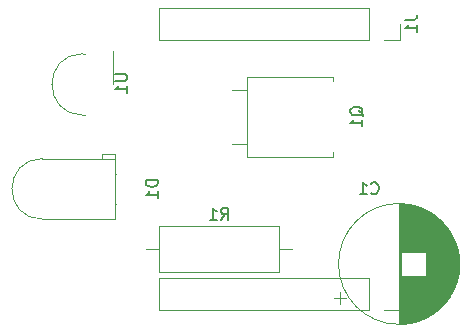
<source format=gbr>
%TF.GenerationSoftware,KiCad,Pcbnew,(5.1.7)-1*%
%TF.CreationDate,2020-12-01T16:28:04+01:00*%
%TF.ProjectId,RcOid,52634f69-642e-46b6-9963-61645f706362,1*%
%TF.SameCoordinates,Original*%
%TF.FileFunction,Legend,Bot*%
%TF.FilePolarity,Positive*%
%FSLAX46Y46*%
G04 Gerber Fmt 4.6, Leading zero omitted, Abs format (unit mm)*
G04 Created by KiCad (PCBNEW (5.1.7)-1) date 2020-12-01 16:28:04*
%MOMM*%
%LPD*%
G01*
G04 APERTURE LIST*
%ADD10C,0.120000*%
%ADD11C,0.150000*%
G04 APERTURE END LIST*
D10*
%TO.C,Q1*%
X137000000Y-99560000D02*
X135686000Y-99560000D01*
X137000000Y-104140000D02*
X135670000Y-104140000D01*
X144240000Y-98440000D02*
X137000000Y-98440000D01*
X144240000Y-105260000D02*
X137000000Y-105260000D01*
X144240000Y-98849000D02*
X144240000Y-98440000D01*
X144240000Y-105260000D02*
X144240000Y-104851000D01*
X137000000Y-105260000D02*
X137000000Y-98440000D01*
%TO.C,D1*%
X125920000Y-106680000D02*
X125920000Y-106680000D01*
X125790000Y-106680000D02*
X125920000Y-106680000D01*
X125790000Y-106680000D02*
X125790000Y-106680000D01*
X125920000Y-106680000D02*
X125790000Y-106680000D01*
X125920000Y-109220000D02*
X125920000Y-109220000D01*
X125790000Y-109220000D02*
X125920000Y-109220000D01*
X125790000Y-109220000D02*
X125790000Y-109220000D01*
X125920000Y-109220000D02*
X125790000Y-109220000D01*
X125790000Y-105390000D02*
X125790000Y-104990000D01*
X124670000Y-105390000D02*
X125790000Y-105390000D01*
X124670000Y-104990000D02*
X124670000Y-105390000D01*
X125790000Y-104990000D02*
X124670000Y-104990000D01*
X125790000Y-110510000D02*
X125790000Y-105390000D01*
X125790000Y-105390000D02*
X119630000Y-105390000D01*
X125790000Y-110510000D02*
X119630000Y-110510000D01*
X119630000Y-105390000D02*
G75*
G03*
X119630000Y-110510000I0J-2560000D01*
G01*
%TO.C,C1*%
X144860354Y-117675000D02*
X144860354Y-116675000D01*
X144360354Y-117175000D02*
X145360354Y-117175000D01*
X154921000Y-114899000D02*
X154921000Y-113701000D01*
X154881000Y-115162000D02*
X154881000Y-113438000D01*
X154841000Y-115362000D02*
X154841000Y-113238000D01*
X154801000Y-115530000D02*
X154801000Y-113070000D01*
X154761000Y-115678000D02*
X154761000Y-112922000D01*
X154721000Y-115810000D02*
X154721000Y-112790000D01*
X154681000Y-115930000D02*
X154681000Y-112670000D01*
X154641000Y-116042000D02*
X154641000Y-112558000D01*
X154601000Y-116146000D02*
X154601000Y-112454000D01*
X154561000Y-116244000D02*
X154561000Y-112356000D01*
X154521000Y-116337000D02*
X154521000Y-112263000D01*
X154481000Y-116425000D02*
X154481000Y-112175000D01*
X154441000Y-116509000D02*
X154441000Y-112091000D01*
X154401000Y-116589000D02*
X154401000Y-112011000D01*
X154361000Y-116665000D02*
X154361000Y-111935000D01*
X154321000Y-116739000D02*
X154321000Y-111861000D01*
X154281000Y-116810000D02*
X154281000Y-111790000D01*
X154241000Y-116879000D02*
X154241000Y-111721000D01*
X154201000Y-116945000D02*
X154201000Y-111655000D01*
X154161000Y-117009000D02*
X154161000Y-111591000D01*
X154121000Y-117070000D02*
X154121000Y-111530000D01*
X154081000Y-117130000D02*
X154081000Y-111470000D01*
X154041000Y-117189000D02*
X154041000Y-111411000D01*
X154001000Y-117245000D02*
X154001000Y-111355000D01*
X153961000Y-117300000D02*
X153961000Y-111300000D01*
X153921000Y-117354000D02*
X153921000Y-111246000D01*
X153881000Y-117406000D02*
X153881000Y-111194000D01*
X153841000Y-117456000D02*
X153841000Y-111144000D01*
X153801000Y-117506000D02*
X153801000Y-111094000D01*
X153761000Y-117554000D02*
X153761000Y-111046000D01*
X153721000Y-117601000D02*
X153721000Y-110999000D01*
X153681000Y-117647000D02*
X153681000Y-110953000D01*
X153641000Y-117692000D02*
X153641000Y-110908000D01*
X153601000Y-117736000D02*
X153601000Y-110864000D01*
X153561000Y-117778000D02*
X153561000Y-110822000D01*
X153521000Y-117820000D02*
X153521000Y-110780000D01*
X153481000Y-117861000D02*
X153481000Y-110739000D01*
X153441000Y-117901000D02*
X153441000Y-110699000D01*
X153401000Y-117940000D02*
X153401000Y-110660000D01*
X153361000Y-117979000D02*
X153361000Y-110621000D01*
X153321000Y-118016000D02*
X153321000Y-110584000D01*
X153281000Y-118053000D02*
X153281000Y-110547000D01*
X153241000Y-118089000D02*
X153241000Y-110511000D01*
X153201000Y-118124000D02*
X153201000Y-110476000D01*
X153161000Y-118158000D02*
X153161000Y-110442000D01*
X153121000Y-118192000D02*
X153121000Y-110408000D01*
X153081000Y-118225000D02*
X153081000Y-110375000D01*
X153041000Y-118257000D02*
X153041000Y-110343000D01*
X153001000Y-118289000D02*
X153001000Y-110311000D01*
X152961000Y-118320000D02*
X152961000Y-110280000D01*
X152921000Y-118350000D02*
X152921000Y-110250000D01*
X152881000Y-118380000D02*
X152881000Y-110220000D01*
X152841000Y-118410000D02*
X152841000Y-110190000D01*
X152801000Y-118438000D02*
X152801000Y-110162000D01*
X152761000Y-118466000D02*
X152761000Y-110134000D01*
X152721000Y-118494000D02*
X152721000Y-110106000D01*
X152681000Y-118521000D02*
X152681000Y-110079000D01*
X152641000Y-118547000D02*
X152641000Y-110053000D01*
X152601000Y-118573000D02*
X152601000Y-110027000D01*
X152561000Y-118598000D02*
X152561000Y-110002000D01*
X152521000Y-118623000D02*
X152521000Y-109977000D01*
X152481000Y-118647000D02*
X152481000Y-109953000D01*
X152441000Y-118671000D02*
X152441000Y-109929000D01*
X152401000Y-118695000D02*
X152401000Y-109905000D01*
X152361000Y-118717000D02*
X152361000Y-109883000D01*
X152321000Y-118740000D02*
X152321000Y-109860000D01*
X152281000Y-118762000D02*
X152281000Y-109838000D01*
X152241000Y-118783000D02*
X152241000Y-109817000D01*
X152201000Y-118804000D02*
X152201000Y-109796000D01*
X152161000Y-118825000D02*
X152161000Y-109775000D01*
X152121000Y-113260000D02*
X152121000Y-109755000D01*
X152121000Y-118845000D02*
X152121000Y-115340000D01*
X152081000Y-113260000D02*
X152081000Y-109736000D01*
X152081000Y-118864000D02*
X152081000Y-115340000D01*
X152041000Y-113260000D02*
X152041000Y-109716000D01*
X152041000Y-118884000D02*
X152041000Y-115340000D01*
X152001000Y-113260000D02*
X152001000Y-109697000D01*
X152001000Y-118903000D02*
X152001000Y-115340000D01*
X151961000Y-113260000D02*
X151961000Y-109679000D01*
X151961000Y-118921000D02*
X151961000Y-115340000D01*
X151921000Y-113260000D02*
X151921000Y-109661000D01*
X151921000Y-118939000D02*
X151921000Y-115340000D01*
X151881000Y-113260000D02*
X151881000Y-109643000D01*
X151881000Y-118957000D02*
X151881000Y-115340000D01*
X151841000Y-113260000D02*
X151841000Y-109626000D01*
X151841000Y-118974000D02*
X151841000Y-115340000D01*
X151801000Y-113260000D02*
X151801000Y-109610000D01*
X151801000Y-118990000D02*
X151801000Y-115340000D01*
X151761000Y-113260000D02*
X151761000Y-109593000D01*
X151761000Y-119007000D02*
X151761000Y-115340000D01*
X151721000Y-113260000D02*
X151721000Y-109577000D01*
X151721000Y-119023000D02*
X151721000Y-115340000D01*
X151681000Y-113260000D02*
X151681000Y-109562000D01*
X151681000Y-119038000D02*
X151681000Y-115340000D01*
X151641000Y-113260000D02*
X151641000Y-109546000D01*
X151641000Y-119054000D02*
X151641000Y-115340000D01*
X151601000Y-113260000D02*
X151601000Y-109532000D01*
X151601000Y-119068000D02*
X151601000Y-115340000D01*
X151561000Y-113260000D02*
X151561000Y-109517000D01*
X151561000Y-119083000D02*
X151561000Y-115340000D01*
X151521000Y-113260000D02*
X151521000Y-109503000D01*
X151521000Y-119097000D02*
X151521000Y-115340000D01*
X151481000Y-113260000D02*
X151481000Y-109489000D01*
X151481000Y-119111000D02*
X151481000Y-115340000D01*
X151441000Y-113260000D02*
X151441000Y-109476000D01*
X151441000Y-119124000D02*
X151441000Y-115340000D01*
X151401000Y-113260000D02*
X151401000Y-109463000D01*
X151401000Y-119137000D02*
X151401000Y-115340000D01*
X151361000Y-113260000D02*
X151361000Y-109450000D01*
X151361000Y-119150000D02*
X151361000Y-115340000D01*
X151321000Y-113260000D02*
X151321000Y-109438000D01*
X151321000Y-119162000D02*
X151321000Y-115340000D01*
X151281000Y-113260000D02*
X151281000Y-109426000D01*
X151281000Y-119174000D02*
X151281000Y-115340000D01*
X151241000Y-113260000D02*
X151241000Y-109415000D01*
X151241000Y-119185000D02*
X151241000Y-115340000D01*
X151201000Y-113260000D02*
X151201000Y-109403000D01*
X151201000Y-119197000D02*
X151201000Y-115340000D01*
X151161000Y-113260000D02*
X151161000Y-109393000D01*
X151161000Y-119207000D02*
X151161000Y-115340000D01*
X151121000Y-113260000D02*
X151121000Y-109382000D01*
X151121000Y-119218000D02*
X151121000Y-115340000D01*
X151081000Y-113260000D02*
X151081000Y-109372000D01*
X151081000Y-119228000D02*
X151081000Y-115340000D01*
X151041000Y-113260000D02*
X151041000Y-109362000D01*
X151041000Y-119238000D02*
X151041000Y-115340000D01*
X151001000Y-113260000D02*
X151001000Y-109353000D01*
X151001000Y-119247000D02*
X151001000Y-115340000D01*
X150961000Y-113260000D02*
X150961000Y-109344000D01*
X150961000Y-119256000D02*
X150961000Y-115340000D01*
X150921000Y-113260000D02*
X150921000Y-109335000D01*
X150921000Y-119265000D02*
X150921000Y-115340000D01*
X150881000Y-113260000D02*
X150881000Y-109326000D01*
X150881000Y-119274000D02*
X150881000Y-115340000D01*
X150841000Y-113260000D02*
X150841000Y-109318000D01*
X150841000Y-119282000D02*
X150841000Y-115340000D01*
X150801000Y-113260000D02*
X150801000Y-109310000D01*
X150801000Y-119290000D02*
X150801000Y-115340000D01*
X150761000Y-113260000D02*
X150761000Y-109303000D01*
X150761000Y-119297000D02*
X150761000Y-115340000D01*
X150721000Y-113260000D02*
X150721000Y-109296000D01*
X150721000Y-119304000D02*
X150721000Y-115340000D01*
X150681000Y-113260000D02*
X150681000Y-109289000D01*
X150681000Y-119311000D02*
X150681000Y-115340000D01*
X150641000Y-113260000D02*
X150641000Y-109282000D01*
X150641000Y-119318000D02*
X150641000Y-115340000D01*
X150601000Y-113260000D02*
X150601000Y-109276000D01*
X150601000Y-119324000D02*
X150601000Y-115340000D01*
X150561000Y-113260000D02*
X150561000Y-109270000D01*
X150561000Y-119330000D02*
X150561000Y-115340000D01*
X150520000Y-113260000D02*
X150520000Y-109265000D01*
X150520000Y-119335000D02*
X150520000Y-115340000D01*
X150480000Y-113260000D02*
X150480000Y-109260000D01*
X150480000Y-119340000D02*
X150480000Y-115340000D01*
X150440000Y-113260000D02*
X150440000Y-109255000D01*
X150440000Y-119345000D02*
X150440000Y-115340000D01*
X150400000Y-113260000D02*
X150400000Y-109250000D01*
X150400000Y-119350000D02*
X150400000Y-115340000D01*
X150360000Y-113260000D02*
X150360000Y-109246000D01*
X150360000Y-119354000D02*
X150360000Y-115340000D01*
X150320000Y-113260000D02*
X150320000Y-109242000D01*
X150320000Y-119358000D02*
X150320000Y-115340000D01*
X150280000Y-113260000D02*
X150280000Y-109238000D01*
X150280000Y-119362000D02*
X150280000Y-115340000D01*
X150240000Y-113260000D02*
X150240000Y-109235000D01*
X150240000Y-119365000D02*
X150240000Y-115340000D01*
X150200000Y-113260000D02*
X150200000Y-109232000D01*
X150200000Y-119368000D02*
X150200000Y-115340000D01*
X150160000Y-113260000D02*
X150160000Y-109230000D01*
X150160000Y-119370000D02*
X150160000Y-115340000D01*
X150120000Y-113260000D02*
X150120000Y-109227000D01*
X150120000Y-119373000D02*
X150120000Y-115340000D01*
X150080000Y-113260000D02*
X150080000Y-109225000D01*
X150080000Y-119375000D02*
X150080000Y-115340000D01*
X150040000Y-119377000D02*
X150040000Y-109223000D01*
X150000000Y-119378000D02*
X150000000Y-109222000D01*
X149960000Y-119379000D02*
X149960000Y-109221000D01*
X149920000Y-119380000D02*
X149920000Y-109220000D01*
X149880000Y-119380000D02*
X149880000Y-109220000D01*
X149840000Y-119380000D02*
X149840000Y-109220000D01*
X154960000Y-114300000D02*
G75*
G03*
X154960000Y-114300000I-5120000J0D01*
G01*
%TO.C,J1*%
X149920000Y-95310000D02*
X149920000Y-93980000D01*
X148590000Y-95310000D02*
X149920000Y-95310000D01*
X147320000Y-95310000D02*
X147320000Y-92650000D01*
X147320000Y-92650000D02*
X129480000Y-92650000D01*
X147320000Y-95310000D02*
X129480000Y-95310000D01*
X129480000Y-95310000D02*
X129480000Y-92650000D01*
%TO.C,J2*%
X129480000Y-118170000D02*
X129480000Y-115510000D01*
X147320000Y-118170000D02*
X129480000Y-118170000D01*
X147320000Y-115510000D02*
X129480000Y-115510000D01*
X147320000Y-118170000D02*
X147320000Y-115510000D01*
X148590000Y-118170000D02*
X149920000Y-118170000D01*
X149920000Y-118170000D02*
X149920000Y-116840000D01*
%TO.C,R1*%
X128440000Y-113030000D02*
X129550000Y-113030000D01*
X140800000Y-113030000D02*
X139690000Y-113030000D01*
X129550000Y-111110000D02*
X139690000Y-111110000D01*
X129550000Y-114950000D02*
X129550000Y-111110000D01*
X139690000Y-114950000D02*
X129550000Y-114950000D01*
X139690000Y-111110000D02*
X139690000Y-114950000D01*
%TO.C,U1*%
X125620000Y-96300000D02*
X125620000Y-99060000D01*
X123060000Y-101700000D02*
X123260000Y-101700000D01*
X123060000Y-96500000D02*
X123260000Y-96500000D01*
X123060000Y-101700000D02*
G75*
G02*
X123060000Y-96500000I0J2600000D01*
G01*
%TO.C,Q1*%
D11*
X146820952Y-101754761D02*
X146773333Y-101659523D01*
X146678094Y-101564285D01*
X146535237Y-101421428D01*
X146487618Y-101326190D01*
X146487618Y-101230952D01*
X146725713Y-101278571D02*
X146678094Y-101183333D01*
X146582856Y-101088095D01*
X146392380Y-101040476D01*
X146059047Y-101040476D01*
X145868571Y-101088095D01*
X145773333Y-101183333D01*
X145725713Y-101278571D01*
X145725713Y-101469047D01*
X145773333Y-101564285D01*
X145868571Y-101659523D01*
X146059047Y-101707142D01*
X146392380Y-101707142D01*
X146582856Y-101659523D01*
X146678094Y-101564285D01*
X146725713Y-101469047D01*
X146725713Y-101278571D01*
X146725713Y-102659523D02*
X146725713Y-102088095D01*
X146725713Y-102373809D02*
X145725713Y-102373809D01*
X145868571Y-102278571D01*
X145963809Y-102183333D01*
X146011428Y-102088095D01*
%TO.C,D1*%
X129412380Y-107211904D02*
X128412380Y-107211904D01*
X128412380Y-107450000D01*
X128460000Y-107592857D01*
X128555238Y-107688095D01*
X128650476Y-107735714D01*
X128840952Y-107783333D01*
X128983809Y-107783333D01*
X129174285Y-107735714D01*
X129269523Y-107688095D01*
X129364761Y-107592857D01*
X129412380Y-107450000D01*
X129412380Y-107211904D01*
X129412380Y-108735714D02*
X129412380Y-108164285D01*
X129412380Y-108450000D02*
X128412380Y-108450000D01*
X128555238Y-108354761D01*
X128650476Y-108259523D01*
X128698095Y-108164285D01*
%TO.C,C1*%
X147486666Y-108307142D02*
X147534285Y-108354761D01*
X147677142Y-108402380D01*
X147772380Y-108402380D01*
X147915238Y-108354761D01*
X148010476Y-108259523D01*
X148058095Y-108164285D01*
X148105714Y-107973809D01*
X148105714Y-107830952D01*
X148058095Y-107640476D01*
X148010476Y-107545238D01*
X147915238Y-107450000D01*
X147772380Y-107402380D01*
X147677142Y-107402380D01*
X147534285Y-107450000D01*
X147486666Y-107497619D01*
X146534285Y-108402380D02*
X147105714Y-108402380D01*
X146820000Y-108402380D02*
X146820000Y-107402380D01*
X146915238Y-107545238D01*
X147010476Y-107640476D01*
X147105714Y-107688095D01*
%TO.C,J1*%
X150372380Y-93646666D02*
X151086666Y-93646666D01*
X151229523Y-93599047D01*
X151324761Y-93503809D01*
X151372380Y-93360952D01*
X151372380Y-93265714D01*
X151372380Y-94646666D02*
X151372380Y-94075238D01*
X151372380Y-94360952D02*
X150372380Y-94360952D01*
X150515238Y-94265714D01*
X150610476Y-94170476D01*
X150658095Y-94075238D01*
%TO.C,J2*%
X150372380Y-116506666D02*
X151086666Y-116506666D01*
X151229523Y-116459047D01*
X151324761Y-116363809D01*
X151372380Y-116220952D01*
X151372380Y-116125714D01*
X150467619Y-116935238D02*
X150420000Y-116982857D01*
X150372380Y-117078095D01*
X150372380Y-117316190D01*
X150420000Y-117411428D01*
X150467619Y-117459047D01*
X150562857Y-117506666D01*
X150658095Y-117506666D01*
X150800952Y-117459047D01*
X151372380Y-116887619D01*
X151372380Y-117506666D01*
%TO.C,R1*%
X134786666Y-110562380D02*
X135120000Y-110086190D01*
X135358095Y-110562380D02*
X135358095Y-109562380D01*
X134977142Y-109562380D01*
X134881904Y-109610000D01*
X134834285Y-109657619D01*
X134786666Y-109752857D01*
X134786666Y-109895714D01*
X134834285Y-109990952D01*
X134881904Y-110038571D01*
X134977142Y-110086190D01*
X135358095Y-110086190D01*
X133834285Y-110562380D02*
X134405714Y-110562380D01*
X134120000Y-110562380D02*
X134120000Y-109562380D01*
X134215238Y-109705238D01*
X134310476Y-109800476D01*
X134405714Y-109848095D01*
%TO.C,U1*%
X125812380Y-98238095D02*
X126621904Y-98238095D01*
X126717142Y-98285714D01*
X126764761Y-98333333D01*
X126812380Y-98428571D01*
X126812380Y-98619047D01*
X126764761Y-98714285D01*
X126717142Y-98761904D01*
X126621904Y-98809523D01*
X125812380Y-98809523D01*
X126812380Y-99809523D02*
X126812380Y-99238095D01*
X126812380Y-99523809D02*
X125812380Y-99523809D01*
X125955238Y-99428571D01*
X126050476Y-99333333D01*
X126098095Y-99238095D01*
%TD*%
M02*

</source>
